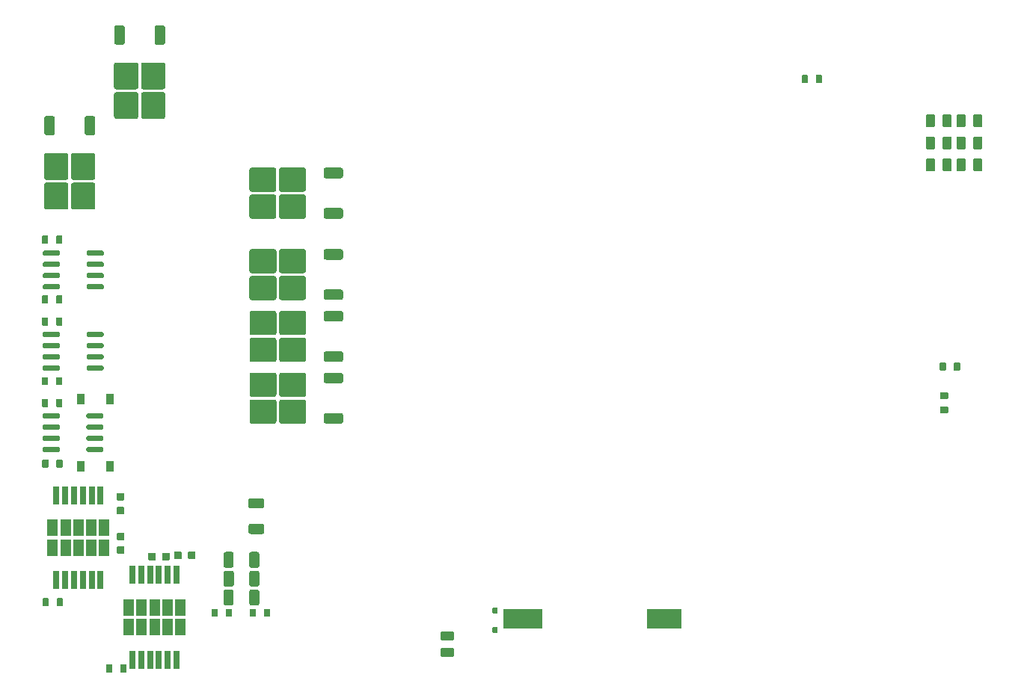
<source format=gbp>
G04 #@! TF.GenerationSoftware,KiCad,Pcbnew,8.0.8-8.0.8-0~ubuntu24.04.1*
G04 #@! TF.CreationDate,2025-02-13T14:16:08+00:00*
G04 #@! TF.ProjectId,MST01,4d535430-312e-46b6-9963-61645f706362,D*
G04 #@! TF.SameCoordinates,PX440a368PY8a86a58*
G04 #@! TF.FileFunction,Paste,Bot*
G04 #@! TF.FilePolarity,Positive*
%FSLAX46Y46*%
G04 Gerber Fmt 4.6, Leading zero omitted, Abs format (unit mm)*
G04 Created by KiCad (PCBNEW 8.0.8-8.0.8-0~ubuntu24.04.1) date 2025-02-13 14:16:08*
%MOMM*%
%LPD*%
G01*
G04 APERTURE LIST*
%ADD10R,4.399991X2.299995*%
%ADD11R,3.999992X2.299995*%
%ADD12R,1.160000X1.950000*%
%ADD13R,0.650000X2.000000*%
%ADD14O,0.000001X0.000001*%
G04 APERTURE END LIST*
G04 #@! TO.C,R40*
G36*
G01*
X103895022Y64270000D02*
X103895022Y63020000D01*
G75*
G02*
X103795022Y62920000I-100000J0D01*
G01*
X102995022Y62920000D01*
G75*
G02*
X102895022Y63020000I0J100000D01*
G01*
X102895022Y64270000D01*
G75*
G02*
X102995022Y64370000I100000J0D01*
G01*
X103795022Y64370000D01*
G75*
G02*
X103895022Y64270000I0J-100000D01*
G01*
G37*
G36*
G01*
X101995000Y64270000D02*
X101995000Y63020000D01*
G75*
G02*
X101895000Y62920000I-100000J0D01*
G01*
X101095000Y62920000D01*
G75*
G02*
X100995000Y63020000I0J100000D01*
G01*
X100995000Y64270000D01*
G75*
G02*
X101095000Y64370000I100000J0D01*
G01*
X101895000Y64370000D01*
G75*
G02*
X101995000Y64270000I0J-100000D01*
G01*
G37*
G04 #@! TD*
G04 #@! TO.C,R39*
G36*
G01*
X103895022Y61770000D02*
X103895022Y60520000D01*
G75*
G02*
X103795022Y60420000I-100000J0D01*
G01*
X102995022Y60420000D01*
G75*
G02*
X102895022Y60520000I0J100000D01*
G01*
X102895022Y61770000D01*
G75*
G02*
X102995022Y61870000I100000J0D01*
G01*
X103795022Y61870000D01*
G75*
G02*
X103895022Y61770000I0J-100000D01*
G01*
G37*
G36*
G01*
X101995000Y61770000D02*
X101995000Y60520000D01*
G75*
G02*
X101895000Y60420000I-100000J0D01*
G01*
X101095000Y60420000D01*
G75*
G02*
X100995000Y60520000I0J100000D01*
G01*
X100995000Y61770000D01*
G75*
G02*
X101095000Y61870000I100000J0D01*
G01*
X101895000Y61870000D01*
G75*
G02*
X101995000Y61770000I0J-100000D01*
G01*
G37*
G04 #@! TD*
G04 #@! TO.C,D4*
G36*
G01*
X4860000Y24005000D02*
X4860000Y25025000D01*
G75*
G02*
X4950000Y25115000I90000J0D01*
G01*
X5670000Y25115000D01*
G75*
G02*
X5760000Y25025000I0J-90000D01*
G01*
X5760000Y24005000D01*
G75*
G02*
X5670000Y23915000I-90000J0D01*
G01*
X4950000Y23915000D01*
G75*
G02*
X4860000Y24005000I0J90000D01*
G01*
G37*
G36*
G01*
X8160000Y24005000D02*
X8160000Y25025000D01*
G75*
G02*
X8250000Y25115000I90000J0D01*
G01*
X8970000Y25115000D01*
G75*
G02*
X9060000Y25025000I0J-90000D01*
G01*
X9060000Y24005000D01*
G75*
G02*
X8970000Y23915000I-90000J0D01*
G01*
X8250000Y23915000D01*
G75*
G02*
X8160000Y24005000I0J90000D01*
G01*
G37*
G04 #@! TD*
D10*
G04 #@! TO.C,BT1*
X55355048Y7245000D03*
D11*
X71355067Y7245000D03*
G04 #@! TD*
G04 #@! TO.C,F3*
G36*
G01*
X25300010Y8745000D02*
X24610010Y8745000D01*
G75*
G02*
X24380010Y8975000I0J230000D01*
G01*
X24380010Y10315000D01*
G75*
G02*
X24610010Y10545000I230000J0D01*
G01*
X25300010Y10545000D01*
G75*
G02*
X25530010Y10315000I0J-230000D01*
G01*
X25530010Y8975000D01*
G75*
G02*
X25300010Y8745000I-230000J0D01*
G01*
G37*
G36*
G01*
X22399990Y8745000D02*
X21709990Y8745000D01*
G75*
G02*
X21479990Y8975000I0J230000D01*
G01*
X21479990Y10315000D01*
G75*
G02*
X21709990Y10545000I230000J0D01*
G01*
X22399990Y10545000D01*
G75*
G02*
X22629990Y10315000I0J-230000D01*
G01*
X22629990Y8975000D01*
G75*
G02*
X22399990Y8745000I-230000J0D01*
G01*
G37*
G04 #@! TD*
G04 #@! TO.C,C25*
G36*
G01*
X12949999Y13939994D02*
X12949999Y14619994D01*
G75*
G02*
X13034999Y14704994I85000J0D01*
G01*
X13714999Y14704994D01*
G75*
G02*
X13799999Y14619994I0J-85000D01*
G01*
X13799999Y13939994D01*
G75*
G02*
X13714999Y13854994I-85000J0D01*
G01*
X13034999Y13854994D01*
G75*
G02*
X12949999Y13939994I0J85000D01*
G01*
G37*
G36*
G01*
X14530001Y13939994D02*
X14530001Y14619994D01*
G75*
G02*
X14615001Y14704994I85000J0D01*
G01*
X15295001Y14704994D01*
G75*
G02*
X15380001Y14619994I0J-85000D01*
G01*
X15380001Y13939994D01*
G75*
G02*
X15295001Y13854994I-85000J0D01*
G01*
X14615001Y13854994D01*
G75*
G02*
X14530001Y13939994I0J85000D01*
G01*
G37*
G04 #@! TD*
G04 #@! TO.C,Q8*
G36*
G01*
X1437500Y64205000D02*
X2137500Y64205000D01*
G75*
G02*
X2387500Y63955000I0J-250000D01*
G01*
X2387500Y62255000D01*
G75*
G02*
X2137500Y62005000I-250000J0D01*
G01*
X1437500Y62005000D01*
G75*
G02*
X1187500Y62255000I0J250000D01*
G01*
X1187500Y63955000D01*
G75*
G02*
X1437500Y64205000I250000J0D01*
G01*
G37*
G36*
G01*
X4467500Y60005000D02*
X6717500Y60005000D01*
G75*
G02*
X6967500Y59755000I0J-250000D01*
G01*
X6967500Y57205000D01*
G75*
G02*
X6717500Y56955000I-250000J0D01*
G01*
X4467500Y56955000D01*
G75*
G02*
X4217500Y57205000I0J250000D01*
G01*
X4217500Y59755000D01*
G75*
G02*
X4467500Y60005000I250000J0D01*
G01*
G37*
G36*
G01*
X1417500Y60005000D02*
X3667500Y60005000D01*
G75*
G02*
X3917500Y59755000I0J-250000D01*
G01*
X3917500Y57205000D01*
G75*
G02*
X3667500Y56955000I-250000J0D01*
G01*
X1417500Y56955000D01*
G75*
G02*
X1167500Y57205000I0J250000D01*
G01*
X1167500Y59755000D01*
G75*
G02*
X1417500Y60005000I250000J0D01*
G01*
G37*
G36*
G01*
X4467500Y56655000D02*
X6717500Y56655000D01*
G75*
G02*
X6967500Y56405000I0J-250000D01*
G01*
X6967500Y53855000D01*
G75*
G02*
X6717500Y53605000I-250000J0D01*
G01*
X4467500Y53605000D01*
G75*
G02*
X4217500Y53855000I0J250000D01*
G01*
X4217500Y56405000D01*
G75*
G02*
X4467500Y56655000I250000J0D01*
G01*
G37*
G36*
G01*
X1417500Y56655000D02*
X3667500Y56655000D01*
G75*
G02*
X3917500Y56405000I0J-250000D01*
G01*
X3917500Y53855000D01*
G75*
G02*
X3667500Y53605000I-250000J0D01*
G01*
X1417500Y53605000D01*
G75*
G02*
X1167500Y53855000I0J250000D01*
G01*
X1167500Y56405000D01*
G75*
G02*
X1417500Y56655000I250000J0D01*
G01*
G37*
G36*
G01*
X5997500Y64205000D02*
X6697500Y64205000D01*
G75*
G02*
X6947500Y63955000I0J-250000D01*
G01*
X6947500Y62255000D01*
G75*
G02*
X6697500Y62005000I-250000J0D01*
G01*
X5997500Y62005000D01*
G75*
G02*
X5747500Y62255000I0J250000D01*
G01*
X5747500Y63955000D01*
G75*
G02*
X5997500Y64205000I250000J0D01*
G01*
G37*
G04 #@! TD*
G04 #@! TO.C,Q12*
G36*
G01*
X35020000Y34855000D02*
X35020000Y34155000D01*
G75*
G02*
X34770000Y33905000I-250000J0D01*
G01*
X33070000Y33905000D01*
G75*
G02*
X32820000Y34155000I0J250000D01*
G01*
X32820000Y34855000D01*
G75*
G02*
X33070000Y35105000I250000J0D01*
G01*
X34770000Y35105000D01*
G75*
G02*
X35020000Y34855000I0J-250000D01*
G01*
G37*
G36*
G01*
X30820000Y31825000D02*
X30820000Y29575000D01*
G75*
G02*
X30570000Y29325000I-250000J0D01*
G01*
X28020000Y29325000D01*
G75*
G02*
X27770000Y29575000I0J250000D01*
G01*
X27770000Y31825000D01*
G75*
G02*
X28020000Y32075000I250000J0D01*
G01*
X30570000Y32075000D01*
G75*
G02*
X30820000Y31825000I0J-250000D01*
G01*
G37*
G36*
G01*
X30820000Y34875000D02*
X30820000Y32625000D01*
G75*
G02*
X30570000Y32375000I-250000J0D01*
G01*
X28020000Y32375000D01*
G75*
G02*
X27770000Y32625000I0J250000D01*
G01*
X27770000Y34875000D01*
G75*
G02*
X28020000Y35125000I250000J0D01*
G01*
X30570000Y35125000D01*
G75*
G02*
X30820000Y34875000I0J-250000D01*
G01*
G37*
G36*
G01*
X27470000Y31825000D02*
X27470000Y29575000D01*
G75*
G02*
X27220000Y29325000I-250000J0D01*
G01*
X24670000Y29325000D01*
G75*
G02*
X24420000Y29575000I0J250000D01*
G01*
X24420000Y31825000D01*
G75*
G02*
X24670000Y32075000I250000J0D01*
G01*
X27220000Y32075000D01*
G75*
G02*
X27470000Y31825000I0J-250000D01*
G01*
G37*
G36*
G01*
X27470000Y34875000D02*
X27470000Y32625000D01*
G75*
G02*
X27220000Y32375000I-250000J0D01*
G01*
X24670000Y32375000D01*
G75*
G02*
X24420000Y32625000I0J250000D01*
G01*
X24420000Y34875000D01*
G75*
G02*
X24670000Y35125000I250000J0D01*
G01*
X27220000Y35125000D01*
G75*
G02*
X27470000Y34875000I0J-250000D01*
G01*
G37*
G36*
G01*
X35020000Y30295000D02*
X35020000Y29595000D01*
G75*
G02*
X34770000Y29345000I-250000J0D01*
G01*
X33070000Y29345000D01*
G75*
G02*
X32820000Y29595000I0J250000D01*
G01*
X32820000Y30295000D01*
G75*
G02*
X33070000Y30545000I250000J0D01*
G01*
X34770000Y30545000D01*
G75*
G02*
X35020000Y30295000I0J-250000D01*
G01*
G37*
G04 #@! TD*
G04 #@! TO.C,R34*
G36*
G01*
X935000Y49785000D02*
X935000Y50565000D01*
G75*
G02*
X1005000Y50635000I70000J0D01*
G01*
X1565000Y50635000D01*
G75*
G02*
X1635000Y50565000I0J-70000D01*
G01*
X1635000Y49785000D01*
G75*
G02*
X1565000Y49715000I-70000J0D01*
G01*
X1005000Y49715000D01*
G75*
G02*
X935000Y49785000I0J70000D01*
G01*
G37*
G36*
G01*
X2535000Y49785000D02*
X2535000Y50565000D01*
G75*
G02*
X2605000Y50635000I70000J0D01*
G01*
X3165000Y50635000D01*
G75*
G02*
X3235000Y50565000I0J-70000D01*
G01*
X3235000Y49785000D01*
G75*
G02*
X3165000Y49715000I-70000J0D01*
G01*
X2605000Y49715000D01*
G75*
G02*
X2535000Y49785000I0J70000D01*
G01*
G37*
G04 #@! TD*
G04 #@! TO.C,R1*
G36*
G01*
X102545000Y35405000D02*
X102545000Y36185000D01*
G75*
G02*
X102615000Y36255000I70000J0D01*
G01*
X103175000Y36255000D01*
G75*
G02*
X103245000Y36185000I0J-70000D01*
G01*
X103245000Y35405000D01*
G75*
G02*
X103175000Y35335000I-70000J0D01*
G01*
X102615000Y35335000D01*
G75*
G02*
X102545000Y35405000I0J70000D01*
G01*
G37*
G36*
G01*
X104145000Y35405000D02*
X104145000Y36185000D01*
G75*
G02*
X104215000Y36255000I70000J0D01*
G01*
X104775000Y36255000D01*
G75*
G02*
X104845000Y36185000I0J-70000D01*
G01*
X104845000Y35405000D01*
G75*
G02*
X104775000Y35335000I-70000J0D01*
G01*
X104215000Y35335000D01*
G75*
G02*
X104145000Y35405000I0J70000D01*
G01*
G37*
G04 #@! TD*
G04 #@! TO.C,F4*
G36*
G01*
X25310010Y10875000D02*
X24620010Y10875000D01*
G75*
G02*
X24390010Y11105000I0J230000D01*
G01*
X24390010Y12445000D01*
G75*
G02*
X24620010Y12675000I230000J0D01*
G01*
X25310010Y12675000D01*
G75*
G02*
X25540010Y12445000I0J-230000D01*
G01*
X25540010Y11105000D01*
G75*
G02*
X25310010Y10875000I-230000J0D01*
G01*
G37*
G36*
G01*
X22409990Y10875000D02*
X21719990Y10875000D01*
G75*
G02*
X21489990Y11105000I0J230000D01*
G01*
X21489990Y12445000D01*
G75*
G02*
X21719990Y12675000I230000J0D01*
G01*
X22409990Y12675000D01*
G75*
G02*
X22639990Y12445000I0J-230000D01*
G01*
X22639990Y11105000D01*
G75*
G02*
X22409990Y10875000I-230000J0D01*
G01*
G37*
G04 #@! TD*
G04 #@! TO.C,Q10*
G36*
G01*
X35010000Y48865000D02*
X35010000Y48165000D01*
G75*
G02*
X34760000Y47915000I-250000J0D01*
G01*
X33060000Y47915000D01*
G75*
G02*
X32810000Y48165000I0J250000D01*
G01*
X32810000Y48865000D01*
G75*
G02*
X33060000Y49115000I250000J0D01*
G01*
X34760000Y49115000D01*
G75*
G02*
X35010000Y48865000I0J-250000D01*
G01*
G37*
G36*
G01*
X30810000Y45835000D02*
X30810000Y43585000D01*
G75*
G02*
X30560000Y43335000I-250000J0D01*
G01*
X28010000Y43335000D01*
G75*
G02*
X27760000Y43585000I0J250000D01*
G01*
X27760000Y45835000D01*
G75*
G02*
X28010000Y46085000I250000J0D01*
G01*
X30560000Y46085000D01*
G75*
G02*
X30810000Y45835000I0J-250000D01*
G01*
G37*
G36*
G01*
X30810000Y48885000D02*
X30810000Y46635000D01*
G75*
G02*
X30560000Y46385000I-250000J0D01*
G01*
X28010000Y46385000D01*
G75*
G02*
X27760000Y46635000I0J250000D01*
G01*
X27760000Y48885000D01*
G75*
G02*
X28010000Y49135000I250000J0D01*
G01*
X30560000Y49135000D01*
G75*
G02*
X30810000Y48885000I0J-250000D01*
G01*
G37*
G36*
G01*
X27460000Y45835000D02*
X27460000Y43585000D01*
G75*
G02*
X27210000Y43335000I-250000J0D01*
G01*
X24660000Y43335000D01*
G75*
G02*
X24410000Y43585000I0J250000D01*
G01*
X24410000Y45835000D01*
G75*
G02*
X24660000Y46085000I250000J0D01*
G01*
X27210000Y46085000D01*
G75*
G02*
X27460000Y45835000I0J-250000D01*
G01*
G37*
G36*
G01*
X27460000Y48885000D02*
X27460000Y46635000D01*
G75*
G02*
X27210000Y46385000I-250000J0D01*
G01*
X24660000Y46385000D01*
G75*
G02*
X24410000Y46635000I0J250000D01*
G01*
X24410000Y48885000D01*
G75*
G02*
X24660000Y49135000I250000J0D01*
G01*
X27210000Y49135000D01*
G75*
G02*
X27460000Y48885000I0J-250000D01*
G01*
G37*
G36*
G01*
X35010000Y44305000D02*
X35010000Y43605000D01*
G75*
G02*
X34760000Y43355000I-250000J0D01*
G01*
X33060000Y43355000D01*
G75*
G02*
X32810000Y43605000I0J250000D01*
G01*
X32810000Y44305000D01*
G75*
G02*
X33060000Y44555000I250000J0D01*
G01*
X34760000Y44555000D01*
G75*
G02*
X35010000Y44305000I0J-250000D01*
G01*
G37*
G04 #@! TD*
G04 #@! TO.C,R4*
G36*
G01*
X47430000Y2904999D02*
X46180000Y2904999D01*
G75*
G02*
X46080000Y3004999I0J100000D01*
G01*
X46080000Y3804999D01*
G75*
G02*
X46180000Y3904999I100000J0D01*
G01*
X47430000Y3904999D01*
G75*
G02*
X47530000Y3804999I0J-100000D01*
G01*
X47530000Y3004999D01*
G75*
G02*
X47430000Y2904999I-100000J0D01*
G01*
G37*
G36*
G01*
X47430000Y4805021D02*
X46180000Y4805021D01*
G75*
G02*
X46080000Y4905021I0J100000D01*
G01*
X46080000Y5705021D01*
G75*
G02*
X46180000Y5805021I100000J0D01*
G01*
X47430000Y5805021D01*
G75*
G02*
X47530000Y5705021I0J-100000D01*
G01*
X47530000Y4905021D01*
G75*
G02*
X47430000Y4805021I-100000J0D01*
G01*
G37*
G04 #@! TD*
G04 #@! TO.C,U11*
G36*
G01*
X1005000Y44700000D02*
X1005000Y45000000D01*
G75*
G02*
X1155000Y45150000I150000J0D01*
G01*
X2805000Y45150000D01*
G75*
G02*
X2955000Y45000000I0J-150000D01*
G01*
X2955000Y44700000D01*
G75*
G02*
X2805000Y44550000I-150000J0D01*
G01*
X1155000Y44550000D01*
G75*
G02*
X1005000Y44700000I0J150000D01*
G01*
G37*
G36*
G01*
X1005000Y45970000D02*
X1005000Y46270000D01*
G75*
G02*
X1155000Y46420000I150000J0D01*
G01*
X2805000Y46420000D01*
G75*
G02*
X2955000Y46270000I0J-150000D01*
G01*
X2955000Y45970000D01*
G75*
G02*
X2805000Y45820000I-150000J0D01*
G01*
X1155000Y45820000D01*
G75*
G02*
X1005000Y45970000I0J150000D01*
G01*
G37*
G36*
G01*
X1005000Y47240000D02*
X1005000Y47540000D01*
G75*
G02*
X1155000Y47690000I150000J0D01*
G01*
X2805000Y47690000D01*
G75*
G02*
X2955000Y47540000I0J-150000D01*
G01*
X2955000Y47240000D01*
G75*
G02*
X2805000Y47090000I-150000J0D01*
G01*
X1155000Y47090000D01*
G75*
G02*
X1005000Y47240000I0J150000D01*
G01*
G37*
G36*
G01*
X1005000Y48510000D02*
X1005000Y48810000D01*
G75*
G02*
X1155000Y48960000I150000J0D01*
G01*
X2805000Y48960000D01*
G75*
G02*
X2955000Y48810000I0J-150000D01*
G01*
X2955000Y48510000D01*
G75*
G02*
X2805000Y48360000I-150000J0D01*
G01*
X1155000Y48360000D01*
G75*
G02*
X1005000Y48510000I0J150000D01*
G01*
G37*
G36*
G01*
X5955000Y48510000D02*
X5955000Y48810000D01*
G75*
G02*
X6105000Y48960000I150000J0D01*
G01*
X7755000Y48960000D01*
G75*
G02*
X7905000Y48810000I0J-150000D01*
G01*
X7905000Y48510000D01*
G75*
G02*
X7755000Y48360000I-150000J0D01*
G01*
X6105000Y48360000D01*
G75*
G02*
X5955000Y48510000I0J150000D01*
G01*
G37*
G36*
G01*
X5955000Y47240000D02*
X5955000Y47540000D01*
G75*
G02*
X6105000Y47690000I150000J0D01*
G01*
X7755000Y47690000D01*
G75*
G02*
X7905000Y47540000I0J-150000D01*
G01*
X7905000Y47240000D01*
G75*
G02*
X7755000Y47090000I-150000J0D01*
G01*
X6105000Y47090000D01*
G75*
G02*
X5955000Y47240000I0J150000D01*
G01*
G37*
G36*
G01*
X5955000Y45970000D02*
X5955000Y46270000D01*
G75*
G02*
X6105000Y46420000I150000J0D01*
G01*
X7755000Y46420000D01*
G75*
G02*
X7905000Y46270000I0J-150000D01*
G01*
X7905000Y45970000D01*
G75*
G02*
X7755000Y45820000I-150000J0D01*
G01*
X6105000Y45820000D01*
G75*
G02*
X5955000Y45970000I0J150000D01*
G01*
G37*
G36*
G01*
X5955000Y44700000D02*
X5955000Y45000000D01*
G75*
G02*
X6105000Y45150000I150000J0D01*
G01*
X7755000Y45150000D01*
G75*
G02*
X7905000Y45000000I0J-150000D01*
G01*
X7905000Y44700000D01*
G75*
G02*
X7755000Y44550000I-150000J0D01*
G01*
X6105000Y44550000D01*
G75*
G02*
X5955000Y44700000I0J150000D01*
G01*
G37*
G04 #@! TD*
G04 #@! TO.C,R37*
G36*
G01*
X107345022Y64270000D02*
X107345022Y63020000D01*
G75*
G02*
X107245022Y62920000I-100000J0D01*
G01*
X106445022Y62920000D01*
G75*
G02*
X106345022Y63020000I0J100000D01*
G01*
X106345022Y64270000D01*
G75*
G02*
X106445022Y64370000I100000J0D01*
G01*
X107245022Y64370000D01*
G75*
G02*
X107345022Y64270000I0J-100000D01*
G01*
G37*
G36*
G01*
X105445000Y64270000D02*
X105445000Y63020000D01*
G75*
G02*
X105345000Y62920000I-100000J0D01*
G01*
X104545000Y62920000D01*
G75*
G02*
X104445000Y63020000I0J100000D01*
G01*
X104445000Y64270000D01*
G75*
G02*
X104545000Y64370000I100000J0D01*
G01*
X105345000Y64370000D01*
G75*
G02*
X105445000Y64270000I0J-100000D01*
G01*
G37*
G04 #@! TD*
G04 #@! TO.C,R9*
G36*
G01*
X3295000Y9505000D02*
X3295000Y8725000D01*
G75*
G02*
X3225000Y8655000I-70000J0D01*
G01*
X2665000Y8655000D01*
G75*
G02*
X2595000Y8725000I0J70000D01*
G01*
X2595000Y9505000D01*
G75*
G02*
X2665000Y9575000I70000J0D01*
G01*
X3225000Y9575000D01*
G75*
G02*
X3295000Y9505000I0J-70000D01*
G01*
G37*
G36*
G01*
X1695000Y9505000D02*
X1695000Y8725000D01*
G75*
G02*
X1625000Y8655000I-70000J0D01*
G01*
X1065000Y8655000D01*
G75*
G02*
X995000Y8725000I0J70000D01*
G01*
X995000Y9505000D01*
G75*
G02*
X1065000Y9575000I70000J0D01*
G01*
X1625000Y9575000D01*
G75*
G02*
X1695000Y9505000I0J-70000D01*
G01*
G37*
G04 #@! TD*
G04 #@! TO.C,C13*
G36*
G01*
X9505000Y17000001D02*
X10185000Y17000001D01*
G75*
G02*
X10270000Y16915001I0J-85000D01*
G01*
X10270000Y16235001D01*
G75*
G02*
X10185000Y16150001I-85000J0D01*
G01*
X9505000Y16150001D01*
G75*
G02*
X9420000Y16235001I0J85000D01*
G01*
X9420000Y16915001D01*
G75*
G02*
X9505000Y17000001I85000J0D01*
G01*
G37*
G36*
G01*
X9505000Y15419999D02*
X10185000Y15419999D01*
G75*
G02*
X10270000Y15334999I0J-85000D01*
G01*
X10270000Y14654999D01*
G75*
G02*
X10185000Y14569999I-85000J0D01*
G01*
X9505000Y14569999D01*
G75*
G02*
X9420000Y14654999I0J85000D01*
G01*
X9420000Y15334999D01*
G75*
G02*
X9505000Y15419999I85000J0D01*
G01*
G37*
G04 #@! TD*
G04 #@! TO.C,D1*
G36*
G01*
X51915000Y7925000D02*
X51915000Y8405000D01*
G75*
G02*
X51975000Y8465000I60000J0D01*
G01*
X52455000Y8465000D01*
G75*
G02*
X52515000Y8405000I0J-60000D01*
G01*
X52515000Y7925000D01*
G75*
G02*
X52455000Y7865000I-60000J0D01*
G01*
X51975000Y7865000D01*
G75*
G02*
X51915000Y7925000I0J60000D01*
G01*
G37*
G36*
G01*
X51915000Y5725000D02*
X51915000Y6205000D01*
G75*
G02*
X51975000Y6265000I60000J0D01*
G01*
X52455000Y6265000D01*
G75*
G02*
X52515000Y6205000I0J-60000D01*
G01*
X52515000Y5725000D01*
G75*
G02*
X52455000Y5665000I-60000J0D01*
G01*
X51975000Y5665000D01*
G75*
G02*
X51915000Y5725000I0J60000D01*
G01*
G37*
G04 #@! TD*
D12*
G04 #@! TO.C,U1*
X7975000Y17545000D03*
X6515000Y17545000D03*
X5055000Y17545000D03*
X3595000Y17545000D03*
X2135000Y17545000D03*
X7975000Y15295000D03*
X6515000Y15295000D03*
X5055000Y15295000D03*
X3595000Y15295000D03*
X2135000Y15295000D03*
D13*
X2555000Y21220000D03*
X3555000Y21220000D03*
X4555000Y21220000D03*
X5555000Y21220000D03*
X6555000Y21220000D03*
X7555000Y21220000D03*
X7555000Y11620000D03*
X6555000Y11620000D03*
X5555000Y11620000D03*
X4555000Y11620000D03*
X3555000Y11620000D03*
X2555000Y11620000D03*
G04 #@! TD*
G04 #@! TO.C,R33*
G36*
G01*
X935000Y43005000D02*
X935000Y43785000D01*
G75*
G02*
X1005000Y43855000I70000J0D01*
G01*
X1565000Y43855000D01*
G75*
G02*
X1635000Y43785000I0J-70000D01*
G01*
X1635000Y43005000D01*
G75*
G02*
X1565000Y42935000I-70000J0D01*
G01*
X1005000Y42935000D01*
G75*
G02*
X935000Y43005000I0J70000D01*
G01*
G37*
G36*
G01*
X2535000Y43005000D02*
X2535000Y43785000D01*
G75*
G02*
X2605000Y43855000I70000J0D01*
G01*
X3165000Y43855000D01*
G75*
G02*
X3235000Y43785000I0J-70000D01*
G01*
X3235000Y43005000D01*
G75*
G02*
X3165000Y42935000I-70000J0D01*
G01*
X2605000Y42935000D01*
G75*
G02*
X2535000Y43005000I0J70000D01*
G01*
G37*
G04 #@! TD*
G04 #@! TO.C,F1*
G36*
G01*
X24285000Y17069990D02*
X24285000Y17759990D01*
G75*
G02*
X24515000Y17989990I230000J0D01*
G01*
X25855000Y17989990D01*
G75*
G02*
X26085000Y17759990I0J-230000D01*
G01*
X26085000Y17069990D01*
G75*
G02*
X25855000Y16839990I-230000J0D01*
G01*
X24515000Y16839990D01*
G75*
G02*
X24285000Y17069990I0J230000D01*
G01*
G37*
G36*
G01*
X24285000Y19970010D02*
X24285000Y20660010D01*
G75*
G02*
X24515000Y20890010I230000J0D01*
G01*
X25855000Y20890010D01*
G75*
G02*
X26085000Y20660010I0J-230000D01*
G01*
X26085000Y19970010D01*
G75*
G02*
X25855000Y19740010I-230000J0D01*
G01*
X24515000Y19740010D01*
G75*
G02*
X24285000Y19970010I0J230000D01*
G01*
G37*
G04 #@! TD*
D14*
G04 #@! TO.C,M7*
X93629998Y69982503D03*
G04 #@! TD*
G04 #@! TO.C,C12*
G36*
G01*
X9465000Y21485001D02*
X10145000Y21485001D01*
G75*
G02*
X10230000Y21400001I0J-85000D01*
G01*
X10230000Y20720001D01*
G75*
G02*
X10145000Y20635001I-85000J0D01*
G01*
X9465000Y20635001D01*
G75*
G02*
X9380000Y20720001I0J85000D01*
G01*
X9380000Y21400001D01*
G75*
G02*
X9465000Y21485001I85000J0D01*
G01*
G37*
G36*
G01*
X9465000Y19904999D02*
X10145000Y19904999D01*
G75*
G02*
X10230000Y19819999I0J-85000D01*
G01*
X10230000Y19139999D01*
G75*
G02*
X10145000Y19054999I-85000J0D01*
G01*
X9465000Y19054999D01*
G75*
G02*
X9380000Y19139999I0J85000D01*
G01*
X9380000Y19819999D01*
G75*
G02*
X9465000Y19904999I85000J0D01*
G01*
G37*
G04 #@! TD*
G04 #@! TO.C,U9*
G36*
G01*
X1005000Y35480000D02*
X1005000Y35780000D01*
G75*
G02*
X1155000Y35930000I150000J0D01*
G01*
X2805000Y35930000D01*
G75*
G02*
X2955000Y35780000I0J-150000D01*
G01*
X2955000Y35480000D01*
G75*
G02*
X2805000Y35330000I-150000J0D01*
G01*
X1155000Y35330000D01*
G75*
G02*
X1005000Y35480000I0J150000D01*
G01*
G37*
G36*
G01*
X1005000Y36750000D02*
X1005000Y37050000D01*
G75*
G02*
X1155000Y37200000I150000J0D01*
G01*
X2805000Y37200000D01*
G75*
G02*
X2955000Y37050000I0J-150000D01*
G01*
X2955000Y36750000D01*
G75*
G02*
X2805000Y36600000I-150000J0D01*
G01*
X1155000Y36600000D01*
G75*
G02*
X1005000Y36750000I0J150000D01*
G01*
G37*
G36*
G01*
X1005000Y38020000D02*
X1005000Y38320000D01*
G75*
G02*
X1155000Y38470000I150000J0D01*
G01*
X2805000Y38470000D01*
G75*
G02*
X2955000Y38320000I0J-150000D01*
G01*
X2955000Y38020000D01*
G75*
G02*
X2805000Y37870000I-150000J0D01*
G01*
X1155000Y37870000D01*
G75*
G02*
X1005000Y38020000I0J150000D01*
G01*
G37*
G36*
G01*
X1005000Y39290000D02*
X1005000Y39590000D01*
G75*
G02*
X1155000Y39740000I150000J0D01*
G01*
X2805000Y39740000D01*
G75*
G02*
X2955000Y39590000I0J-150000D01*
G01*
X2955000Y39290000D01*
G75*
G02*
X2805000Y39140000I-150000J0D01*
G01*
X1155000Y39140000D01*
G75*
G02*
X1005000Y39290000I0J150000D01*
G01*
G37*
G36*
G01*
X5955000Y39290000D02*
X5955000Y39590000D01*
G75*
G02*
X6105000Y39740000I150000J0D01*
G01*
X7755000Y39740000D01*
G75*
G02*
X7905000Y39590000I0J-150000D01*
G01*
X7905000Y39290000D01*
G75*
G02*
X7755000Y39140000I-150000J0D01*
G01*
X6105000Y39140000D01*
G75*
G02*
X5955000Y39290000I0J150000D01*
G01*
G37*
G36*
G01*
X5955000Y38020000D02*
X5955000Y38320000D01*
G75*
G02*
X6105000Y38470000I150000J0D01*
G01*
X7755000Y38470000D01*
G75*
G02*
X7905000Y38320000I0J-150000D01*
G01*
X7905000Y38020000D01*
G75*
G02*
X7755000Y37870000I-150000J0D01*
G01*
X6105000Y37870000D01*
G75*
G02*
X5955000Y38020000I0J150000D01*
G01*
G37*
G36*
G01*
X5955000Y36750000D02*
X5955000Y37050000D01*
G75*
G02*
X6105000Y37200000I150000J0D01*
G01*
X7755000Y37200000D01*
G75*
G02*
X7905000Y37050000I0J-150000D01*
G01*
X7905000Y36750000D01*
G75*
G02*
X7755000Y36600000I-150000J0D01*
G01*
X6105000Y36600000D01*
G75*
G02*
X5955000Y36750000I0J150000D01*
G01*
G37*
G36*
G01*
X5955000Y35480000D02*
X5955000Y35780000D01*
G75*
G02*
X6105000Y35930000I150000J0D01*
G01*
X7755000Y35930000D01*
G75*
G02*
X7905000Y35780000I0J-150000D01*
G01*
X7905000Y35480000D01*
G75*
G02*
X7755000Y35330000I-150000J0D01*
G01*
X6105000Y35330000D01*
G75*
G02*
X5955000Y35480000I0J150000D01*
G01*
G37*
G04 #@! TD*
G04 #@! TO.C,R30*
G36*
G01*
X935000Y40525000D02*
X935000Y41305000D01*
G75*
G02*
X1005000Y41375000I70000J0D01*
G01*
X1565000Y41375000D01*
G75*
G02*
X1635000Y41305000I0J-70000D01*
G01*
X1635000Y40525000D01*
G75*
G02*
X1565000Y40455000I-70000J0D01*
G01*
X1005000Y40455000D01*
G75*
G02*
X935000Y40525000I0J70000D01*
G01*
G37*
G36*
G01*
X2535000Y40525000D02*
X2535000Y41305000D01*
G75*
G02*
X2605000Y41375000I70000J0D01*
G01*
X3165000Y41375000D01*
G75*
G02*
X3235000Y41305000I0J-70000D01*
G01*
X3235000Y40525000D01*
G75*
G02*
X3165000Y40455000I-70000J0D01*
G01*
X2605000Y40455000D01*
G75*
G02*
X2535000Y40525000I0J70000D01*
G01*
G37*
G04 #@! TD*
G04 #@! TO.C,R3*
G36*
G01*
X20135000Y7525000D02*
X20135000Y8305000D01*
G75*
G02*
X20205000Y8375000I70000J0D01*
G01*
X20765000Y8375000D01*
G75*
G02*
X20835000Y8305000I0J-70000D01*
G01*
X20835000Y7525000D01*
G75*
G02*
X20765000Y7455000I-70000J0D01*
G01*
X20205000Y7455000D01*
G75*
G02*
X20135000Y7525000I0J70000D01*
G01*
G37*
G36*
G01*
X21735000Y7525000D02*
X21735000Y8305000D01*
G75*
G02*
X21805000Y8375000I70000J0D01*
G01*
X22365000Y8375000D01*
G75*
G02*
X22435000Y8305000I0J-70000D01*
G01*
X22435000Y7525000D01*
G75*
G02*
X22365000Y7455000I-70000J0D01*
G01*
X21805000Y7455000D01*
G75*
G02*
X21735000Y7525000I0J70000D01*
G01*
G37*
G04 #@! TD*
G04 #@! TO.C,R35*
G36*
G01*
X107345022Y59270000D02*
X107345022Y58020000D01*
G75*
G02*
X107245022Y57920000I-100000J0D01*
G01*
X106445022Y57920000D01*
G75*
G02*
X106345022Y58020000I0J100000D01*
G01*
X106345022Y59270000D01*
G75*
G02*
X106445022Y59370000I100000J0D01*
G01*
X107245022Y59370000D01*
G75*
G02*
X107345022Y59270000I0J-100000D01*
G01*
G37*
G36*
G01*
X105445000Y59270000D02*
X105445000Y58020000D01*
G75*
G02*
X105345000Y57920000I-100000J0D01*
G01*
X104545000Y57920000D01*
G75*
G02*
X104445000Y58020000I0J100000D01*
G01*
X104445000Y59270000D01*
G75*
G02*
X104545000Y59370000I100000J0D01*
G01*
X105345000Y59370000D01*
G75*
G02*
X105445000Y59270000I0J-100000D01*
G01*
G37*
G04 #@! TD*
G04 #@! TO.C,R13*
G36*
G01*
X935000Y31305000D02*
X935000Y32085000D01*
G75*
G02*
X1005000Y32155000I70000J0D01*
G01*
X1565000Y32155000D01*
G75*
G02*
X1635000Y32085000I0J-70000D01*
G01*
X1635000Y31305000D01*
G75*
G02*
X1565000Y31235000I-70000J0D01*
G01*
X1005000Y31235000D01*
G75*
G02*
X935000Y31305000I0J70000D01*
G01*
G37*
G36*
G01*
X2535000Y31305000D02*
X2535000Y32085000D01*
G75*
G02*
X2605000Y32155000I70000J0D01*
G01*
X3165000Y32155000D01*
G75*
G02*
X3235000Y32085000I0J-70000D01*
G01*
X3235000Y31305000D01*
G75*
G02*
X3165000Y31235000I-70000J0D01*
G01*
X2605000Y31235000D01*
G75*
G02*
X2535000Y31305000I0J70000D01*
G01*
G37*
G04 #@! TD*
G04 #@! TO.C,F2*
G36*
G01*
X21709990Y14815000D02*
X22399990Y14815000D01*
G75*
G02*
X22629990Y14585000I0J-230000D01*
G01*
X22629990Y13245000D01*
G75*
G02*
X22399990Y13015000I-230000J0D01*
G01*
X21709990Y13015000D01*
G75*
G02*
X21479990Y13245000I0J230000D01*
G01*
X21479990Y14585000D01*
G75*
G02*
X21709990Y14815000I230000J0D01*
G01*
G37*
G36*
G01*
X24610010Y14815000D02*
X25300010Y14815000D01*
G75*
G02*
X25530010Y14585000I0J-230000D01*
G01*
X25530010Y13245000D01*
G75*
G02*
X25300010Y13015000I-230000J0D01*
G01*
X24610010Y13015000D01*
G75*
G02*
X24380010Y13245000I0J230000D01*
G01*
X24380010Y14585000D01*
G75*
G02*
X24610010Y14815000I230000J0D01*
G01*
G37*
G04 #@! TD*
G04 #@! TO.C,R38*
G36*
G01*
X103895022Y59270000D02*
X103895022Y58020000D01*
G75*
G02*
X103795022Y57920000I-100000J0D01*
G01*
X102995022Y57920000D01*
G75*
G02*
X102895022Y58020000I0J100000D01*
G01*
X102895022Y59270000D01*
G75*
G02*
X102995022Y59370000I100000J0D01*
G01*
X103795022Y59370000D01*
G75*
G02*
X103895022Y59270000I0J-100000D01*
G01*
G37*
G36*
G01*
X101995000Y59270000D02*
X101995000Y58020000D01*
G75*
G02*
X101895000Y57920000I-100000J0D01*
G01*
X101095000Y57920000D01*
G75*
G02*
X100995000Y58020000I0J100000D01*
G01*
X100995000Y59270000D01*
G75*
G02*
X101095000Y59370000I100000J0D01*
G01*
X101895000Y59370000D01*
G75*
G02*
X101995000Y59270000I0J-100000D01*
G01*
G37*
G04 #@! TD*
G04 #@! TO.C,R36*
G36*
G01*
X107345022Y61770000D02*
X107345022Y60520000D01*
G75*
G02*
X107245022Y60420000I-100000J0D01*
G01*
X106445022Y60420000D01*
G75*
G02*
X106345022Y60520000I0J100000D01*
G01*
X106345022Y61770000D01*
G75*
G02*
X106445022Y61870000I100000J0D01*
G01*
X107245022Y61870000D01*
G75*
G02*
X107345022Y61770000I0J-100000D01*
G01*
G37*
G36*
G01*
X105445000Y61770000D02*
X105445000Y60520000D01*
G75*
G02*
X105345000Y60420000I-100000J0D01*
G01*
X104545000Y60420000D01*
G75*
G02*
X104445000Y60520000I0J100000D01*
G01*
X104445000Y61770000D01*
G75*
G02*
X104545000Y61870000I100000J0D01*
G01*
X105345000Y61870000D01*
G75*
G02*
X105445000Y61770000I0J-100000D01*
G01*
G37*
G04 #@! TD*
G04 #@! TO.C,Q9*
G36*
G01*
X34995000Y58085000D02*
X34995000Y57385000D01*
G75*
G02*
X34745000Y57135000I-250000J0D01*
G01*
X33045000Y57135000D01*
G75*
G02*
X32795000Y57385000I0J250000D01*
G01*
X32795000Y58085000D01*
G75*
G02*
X33045000Y58335000I250000J0D01*
G01*
X34745000Y58335000D01*
G75*
G02*
X34995000Y58085000I0J-250000D01*
G01*
G37*
G36*
G01*
X30795000Y55055000D02*
X30795000Y52805000D01*
G75*
G02*
X30545000Y52555000I-250000J0D01*
G01*
X27995000Y52555000D01*
G75*
G02*
X27745000Y52805000I0J250000D01*
G01*
X27745000Y55055000D01*
G75*
G02*
X27995000Y55305000I250000J0D01*
G01*
X30545000Y55305000D01*
G75*
G02*
X30795000Y55055000I0J-250000D01*
G01*
G37*
G36*
G01*
X30795000Y58105000D02*
X30795000Y55855000D01*
G75*
G02*
X30545000Y55605000I-250000J0D01*
G01*
X27995000Y55605000D01*
G75*
G02*
X27745000Y55855000I0J250000D01*
G01*
X27745000Y58105000D01*
G75*
G02*
X27995000Y58355000I250000J0D01*
G01*
X30545000Y58355000D01*
G75*
G02*
X30795000Y58105000I0J-250000D01*
G01*
G37*
G36*
G01*
X27445000Y55055000D02*
X27445000Y52805000D01*
G75*
G02*
X27195000Y52555000I-250000J0D01*
G01*
X24645000Y52555000D01*
G75*
G02*
X24395000Y52805000I0J250000D01*
G01*
X24395000Y55055000D01*
G75*
G02*
X24645000Y55305000I250000J0D01*
G01*
X27195000Y55305000D01*
G75*
G02*
X27445000Y55055000I0J-250000D01*
G01*
G37*
G36*
G01*
X27445000Y58105000D02*
X27445000Y55855000D01*
G75*
G02*
X27195000Y55605000I-250000J0D01*
G01*
X24645000Y55605000D01*
G75*
G02*
X24395000Y55855000I0J250000D01*
G01*
X24395000Y58105000D01*
G75*
G02*
X24645000Y58355000I250000J0D01*
G01*
X27195000Y58355000D01*
G75*
G02*
X27445000Y58105000I0J-250000D01*
G01*
G37*
G36*
G01*
X34995000Y53525000D02*
X34995000Y52825000D01*
G75*
G02*
X34745000Y52575000I-250000J0D01*
G01*
X33045000Y52575000D01*
G75*
G02*
X32795000Y52825000I0J250000D01*
G01*
X32795000Y53525000D01*
G75*
G02*
X33045000Y53775000I250000J0D01*
G01*
X34745000Y53775000D01*
G75*
G02*
X34995000Y53525000I0J-250000D01*
G01*
G37*
G04 #@! TD*
G04 #@! TO.C,R29*
G36*
G01*
X935000Y33775000D02*
X935000Y34555000D01*
G75*
G02*
X1005000Y34625000I70000J0D01*
G01*
X1565000Y34625000D01*
G75*
G02*
X1635000Y34555000I0J-70000D01*
G01*
X1635000Y33775000D01*
G75*
G02*
X1565000Y33705000I-70000J0D01*
G01*
X1005000Y33705000D01*
G75*
G02*
X935000Y33775000I0J70000D01*
G01*
G37*
G36*
G01*
X2535000Y33775000D02*
X2535000Y34555000D01*
G75*
G02*
X2605000Y34625000I70000J0D01*
G01*
X3165000Y34625000D01*
G75*
G02*
X3235000Y34555000I0J-70000D01*
G01*
X3235000Y33775000D01*
G75*
G02*
X3165000Y33705000I-70000J0D01*
G01*
X2605000Y33705000D01*
G75*
G02*
X2535000Y33775000I0J70000D01*
G01*
G37*
G04 #@! TD*
G04 #@! TO.C,Q11*
G36*
G01*
X35020000Y41855000D02*
X35020000Y41155000D01*
G75*
G02*
X34770000Y40905000I-250000J0D01*
G01*
X33070000Y40905000D01*
G75*
G02*
X32820000Y41155000I0J250000D01*
G01*
X32820000Y41855000D01*
G75*
G02*
X33070000Y42105000I250000J0D01*
G01*
X34770000Y42105000D01*
G75*
G02*
X35020000Y41855000I0J-250000D01*
G01*
G37*
G36*
G01*
X30820000Y38825000D02*
X30820000Y36575000D01*
G75*
G02*
X30570000Y36325000I-250000J0D01*
G01*
X28020000Y36325000D01*
G75*
G02*
X27770000Y36575000I0J250000D01*
G01*
X27770000Y38825000D01*
G75*
G02*
X28020000Y39075000I250000J0D01*
G01*
X30570000Y39075000D01*
G75*
G02*
X30820000Y38825000I0J-250000D01*
G01*
G37*
G36*
G01*
X30820000Y41875000D02*
X30820000Y39625000D01*
G75*
G02*
X30570000Y39375000I-250000J0D01*
G01*
X28020000Y39375000D01*
G75*
G02*
X27770000Y39625000I0J250000D01*
G01*
X27770000Y41875000D01*
G75*
G02*
X28020000Y42125000I250000J0D01*
G01*
X30570000Y42125000D01*
G75*
G02*
X30820000Y41875000I0J-250000D01*
G01*
G37*
G36*
G01*
X27470000Y38825000D02*
X27470000Y36575000D01*
G75*
G02*
X27220000Y36325000I-250000J0D01*
G01*
X24670000Y36325000D01*
G75*
G02*
X24420000Y36575000I0J250000D01*
G01*
X24420000Y38825000D01*
G75*
G02*
X24670000Y39075000I250000J0D01*
G01*
X27220000Y39075000D01*
G75*
G02*
X27470000Y38825000I0J-250000D01*
G01*
G37*
G36*
G01*
X27470000Y41875000D02*
X27470000Y39625000D01*
G75*
G02*
X27220000Y39375000I-250000J0D01*
G01*
X24670000Y39375000D01*
G75*
G02*
X24420000Y39625000I0J250000D01*
G01*
X24420000Y41875000D01*
G75*
G02*
X24670000Y42125000I250000J0D01*
G01*
X27220000Y42125000D01*
G75*
G02*
X27470000Y41875000I0J-250000D01*
G01*
G37*
G36*
G01*
X35020000Y37295000D02*
X35020000Y36595000D01*
G75*
G02*
X34770000Y36345000I-250000J0D01*
G01*
X33070000Y36345000D01*
G75*
G02*
X32820000Y36595000I0J250000D01*
G01*
X32820000Y37295000D01*
G75*
G02*
X33070000Y37545000I250000J0D01*
G01*
X34770000Y37545000D01*
G75*
G02*
X35020000Y37295000I0J-250000D01*
G01*
G37*
G04 #@! TD*
D12*
G04 #@! TO.C,U2*
X16585000Y8530000D03*
X15125000Y8530000D03*
X13665000Y8530000D03*
X12205000Y8530000D03*
X10745000Y8530000D03*
X16585000Y6280000D03*
X15125000Y6280000D03*
X13665000Y6280000D03*
X12205000Y6280000D03*
X10745000Y6280000D03*
D13*
X11165000Y12205000D03*
X12165000Y12205000D03*
X13165000Y12205000D03*
X14165000Y12205000D03*
X15165000Y12205000D03*
X16165000Y12205000D03*
X16165000Y2605000D03*
X15165000Y2605000D03*
X14165000Y2605000D03*
X13165000Y2605000D03*
X12165000Y2605000D03*
X11165000Y2605000D03*
G04 #@! TD*
G04 #@! TO.C,D5*
G36*
G01*
X4855000Y31615000D02*
X4855000Y32635000D01*
G75*
G02*
X4945000Y32725000I90000J0D01*
G01*
X5665000Y32725000D01*
G75*
G02*
X5755000Y32635000I0J-90000D01*
G01*
X5755000Y31615000D01*
G75*
G02*
X5665000Y31525000I-90000J0D01*
G01*
X4945000Y31525000D01*
G75*
G02*
X4855000Y31615000I0J90000D01*
G01*
G37*
G36*
G01*
X8155000Y31615000D02*
X8155000Y32635000D01*
G75*
G02*
X8245000Y32725000I90000J0D01*
G01*
X8965000Y32725000D01*
G75*
G02*
X9055000Y32635000I0J-90000D01*
G01*
X9055000Y31615000D01*
G75*
G02*
X8965000Y31525000I-90000J0D01*
G01*
X8245000Y31525000D01*
G75*
G02*
X8155000Y31615000I0J90000D01*
G01*
G37*
G04 #@! TD*
G04 #@! TO.C,C26*
G36*
G01*
X15880000Y14075000D02*
X15880000Y14755000D01*
G75*
G02*
X15965000Y14840000I85000J0D01*
G01*
X16645000Y14840000D01*
G75*
G02*
X16730000Y14755000I0J-85000D01*
G01*
X16730000Y14075000D01*
G75*
G02*
X16645000Y13990000I-85000J0D01*
G01*
X15965000Y13990000D01*
G75*
G02*
X15880000Y14075000I0J85000D01*
G01*
G37*
G36*
G01*
X17460002Y14075000D02*
X17460002Y14755000D01*
G75*
G02*
X17545002Y14840000I85000J0D01*
G01*
X18225002Y14840000D01*
G75*
G02*
X18310002Y14755000I0J-85000D01*
G01*
X18310002Y14075000D01*
G75*
G02*
X18225002Y13990000I-85000J0D01*
G01*
X17545002Y13990000D01*
G75*
G02*
X17460002Y14075000I0J85000D01*
G01*
G37*
G04 #@! TD*
G04 #@! TO.C,R12*
G36*
G01*
X955000Y24435000D02*
X955000Y25215000D01*
G75*
G02*
X1025000Y25285000I70000J0D01*
G01*
X1585000Y25285000D01*
G75*
G02*
X1655000Y25215000I0J-70000D01*
G01*
X1655000Y24435000D01*
G75*
G02*
X1585000Y24365000I-70000J0D01*
G01*
X1025000Y24365000D01*
G75*
G02*
X955000Y24435000I0J70000D01*
G01*
G37*
G36*
G01*
X2555000Y24435000D02*
X2555000Y25215000D01*
G75*
G02*
X2625000Y25285000I70000J0D01*
G01*
X3185000Y25285000D01*
G75*
G02*
X3255000Y25215000I0J-70000D01*
G01*
X3255000Y24435000D01*
G75*
G02*
X3185000Y24365000I-70000J0D01*
G01*
X2625000Y24365000D01*
G75*
G02*
X2555000Y24435000I0J70000D01*
G01*
G37*
G04 #@! TD*
G04 #@! TO.C,R5*
G36*
G01*
X103425000Y30555000D02*
X102645000Y30555000D01*
G75*
G02*
X102575000Y30625000I0J70000D01*
G01*
X102575000Y31185000D01*
G75*
G02*
X102645000Y31255000I70000J0D01*
G01*
X103425000Y31255000D01*
G75*
G02*
X103495000Y31185000I0J-70000D01*
G01*
X103495000Y30625000D01*
G75*
G02*
X103425000Y30555000I-70000J0D01*
G01*
G37*
G36*
G01*
X103425000Y32155000D02*
X102645000Y32155000D01*
G75*
G02*
X102575000Y32225000I0J70000D01*
G01*
X102575000Y32785000D01*
G75*
G02*
X102645000Y32855000I70000J0D01*
G01*
X103425000Y32855000D01*
G75*
G02*
X103495000Y32785000I0J-70000D01*
G01*
X103495000Y32225000D01*
G75*
G02*
X103425000Y32155000I-70000J0D01*
G01*
G37*
G04 #@! TD*
G04 #@! TO.C,R6*
G36*
G01*
X89225000Y68775000D02*
X89225000Y67995000D01*
G75*
G02*
X89155000Y67925000I-70000J0D01*
G01*
X88595000Y67925000D01*
G75*
G02*
X88525000Y67995000I0J70000D01*
G01*
X88525000Y68775000D01*
G75*
G02*
X88595000Y68845000I70000J0D01*
G01*
X89155000Y68845000D01*
G75*
G02*
X89225000Y68775000I0J-70000D01*
G01*
G37*
G36*
G01*
X87625000Y68775000D02*
X87625000Y67995000D01*
G75*
G02*
X87555000Y67925000I-70000J0D01*
G01*
X86995000Y67925000D01*
G75*
G02*
X86925000Y67995000I0J70000D01*
G01*
X86925000Y68775000D01*
G75*
G02*
X86995000Y68845000I70000J0D01*
G01*
X87555000Y68845000D01*
G75*
G02*
X87625000Y68775000I0J-70000D01*
G01*
G37*
G04 #@! TD*
G04 #@! TO.C,R2*
G36*
G01*
X24455000Y7525000D02*
X24455000Y8305000D01*
G75*
G02*
X24525000Y8375000I70000J0D01*
G01*
X25085000Y8375000D01*
G75*
G02*
X25155000Y8305000I0J-70000D01*
G01*
X25155000Y7525000D01*
G75*
G02*
X25085000Y7455000I-70000J0D01*
G01*
X24525000Y7455000D01*
G75*
G02*
X24455000Y7525000I0J70000D01*
G01*
G37*
G36*
G01*
X26055000Y7525000D02*
X26055000Y8305000D01*
G75*
G02*
X26125000Y8375000I70000J0D01*
G01*
X26685000Y8375000D01*
G75*
G02*
X26755000Y8305000I0J-70000D01*
G01*
X26755000Y7525000D01*
G75*
G02*
X26685000Y7455000I-70000J0D01*
G01*
X26125000Y7455000D01*
G75*
G02*
X26055000Y7525000I0J70000D01*
G01*
G37*
G04 #@! TD*
G04 #@! TO.C,R7*
G36*
G01*
X10505000Y1995000D02*
X10505000Y1215000D01*
G75*
G02*
X10435000Y1145000I-70000J0D01*
G01*
X9875000Y1145000D01*
G75*
G02*
X9805000Y1215000I0J70000D01*
G01*
X9805000Y1995000D01*
G75*
G02*
X9875000Y2065000I70000J0D01*
G01*
X10435000Y2065000D01*
G75*
G02*
X10505000Y1995000I0J-70000D01*
G01*
G37*
G36*
G01*
X8905000Y1995000D02*
X8905000Y1215000D01*
G75*
G02*
X8835000Y1145000I-70000J0D01*
G01*
X8275000Y1145000D01*
G75*
G02*
X8205000Y1215000I0J70000D01*
G01*
X8205000Y1995000D01*
G75*
G02*
X8275000Y2065000I70000J0D01*
G01*
X8835000Y2065000D01*
G75*
G02*
X8905000Y1995000I0J-70000D01*
G01*
G37*
G04 #@! TD*
G04 #@! TO.C,Q7*
G36*
G01*
X9355000Y74465000D02*
X10055000Y74465000D01*
G75*
G02*
X10305000Y74215000I0J-250000D01*
G01*
X10305000Y72515000D01*
G75*
G02*
X10055000Y72265000I-250000J0D01*
G01*
X9355000Y72265000D01*
G75*
G02*
X9105000Y72515000I0J250000D01*
G01*
X9105000Y74215000D01*
G75*
G02*
X9355000Y74465000I250000J0D01*
G01*
G37*
G36*
G01*
X12385000Y70265000D02*
X14635000Y70265000D01*
G75*
G02*
X14885000Y70015000I0J-250000D01*
G01*
X14885000Y67465000D01*
G75*
G02*
X14635000Y67215000I-250000J0D01*
G01*
X12385000Y67215000D01*
G75*
G02*
X12135000Y67465000I0J250000D01*
G01*
X12135000Y70015000D01*
G75*
G02*
X12385000Y70265000I250000J0D01*
G01*
G37*
G36*
G01*
X9335000Y70265000D02*
X11585000Y70265000D01*
G75*
G02*
X11835000Y70015000I0J-250000D01*
G01*
X11835000Y67465000D01*
G75*
G02*
X11585000Y67215000I-250000J0D01*
G01*
X9335000Y67215000D01*
G75*
G02*
X9085000Y67465000I0J250000D01*
G01*
X9085000Y70015000D01*
G75*
G02*
X9335000Y70265000I250000J0D01*
G01*
G37*
G36*
G01*
X12385000Y66915000D02*
X14635000Y66915000D01*
G75*
G02*
X14885000Y66665000I0J-250000D01*
G01*
X14885000Y64115000D01*
G75*
G02*
X14635000Y63865000I-250000J0D01*
G01*
X12385000Y63865000D01*
G75*
G02*
X12135000Y64115000I0J250000D01*
G01*
X12135000Y66665000D01*
G75*
G02*
X12385000Y66915000I250000J0D01*
G01*
G37*
G36*
G01*
X9335000Y66915000D02*
X11585000Y66915000D01*
G75*
G02*
X11835000Y66665000I0J-250000D01*
G01*
X11835000Y64115000D01*
G75*
G02*
X11585000Y63865000I-250000J0D01*
G01*
X9335000Y63865000D01*
G75*
G02*
X9085000Y64115000I0J250000D01*
G01*
X9085000Y66665000D01*
G75*
G02*
X9335000Y66915000I250000J0D01*
G01*
G37*
G36*
G01*
X13915000Y74465000D02*
X14615000Y74465000D01*
G75*
G02*
X14865000Y74215000I0J-250000D01*
G01*
X14865000Y72515000D01*
G75*
G02*
X14615000Y72265000I-250000J0D01*
G01*
X13915000Y72265000D01*
G75*
G02*
X13665000Y72515000I0J250000D01*
G01*
X13665000Y74215000D01*
G75*
G02*
X13915000Y74465000I250000J0D01*
G01*
G37*
G04 #@! TD*
G04 #@! TO.C,U8*
G36*
G01*
X990000Y26265000D02*
X990000Y26565000D01*
G75*
G02*
X1140000Y26715000I150000J0D01*
G01*
X2790000Y26715000D01*
G75*
G02*
X2940000Y26565000I0J-150000D01*
G01*
X2940000Y26265000D01*
G75*
G02*
X2790000Y26115000I-150000J0D01*
G01*
X1140000Y26115000D01*
G75*
G02*
X990000Y26265000I0J150000D01*
G01*
G37*
G36*
G01*
X990000Y27535000D02*
X990000Y27835000D01*
G75*
G02*
X1140000Y27985000I150000J0D01*
G01*
X2790000Y27985000D01*
G75*
G02*
X2940000Y27835000I0J-150000D01*
G01*
X2940000Y27535000D01*
G75*
G02*
X2790000Y27385000I-150000J0D01*
G01*
X1140000Y27385000D01*
G75*
G02*
X990000Y27535000I0J150000D01*
G01*
G37*
G36*
G01*
X990000Y28805000D02*
X990000Y29105000D01*
G75*
G02*
X1140000Y29255000I150000J0D01*
G01*
X2790000Y29255000D01*
G75*
G02*
X2940000Y29105000I0J-150000D01*
G01*
X2940000Y28805000D01*
G75*
G02*
X2790000Y28655000I-150000J0D01*
G01*
X1140000Y28655000D01*
G75*
G02*
X990000Y28805000I0J150000D01*
G01*
G37*
G36*
G01*
X990000Y30075000D02*
X990000Y30375000D01*
G75*
G02*
X1140000Y30525000I150000J0D01*
G01*
X2790000Y30525000D01*
G75*
G02*
X2940000Y30375000I0J-150000D01*
G01*
X2940000Y30075000D01*
G75*
G02*
X2790000Y29925000I-150000J0D01*
G01*
X1140000Y29925000D01*
G75*
G02*
X990000Y30075000I0J150000D01*
G01*
G37*
G36*
G01*
X5940000Y30075000D02*
X5940000Y30375000D01*
G75*
G02*
X6090000Y30525000I150000J0D01*
G01*
X7740000Y30525000D01*
G75*
G02*
X7890000Y30375000I0J-150000D01*
G01*
X7890000Y30075000D01*
G75*
G02*
X7740000Y29925000I-150000J0D01*
G01*
X6090000Y29925000D01*
G75*
G02*
X5940000Y30075000I0J150000D01*
G01*
G37*
G36*
G01*
X5940000Y28805000D02*
X5940000Y29105000D01*
G75*
G02*
X6090000Y29255000I150000J0D01*
G01*
X7740000Y29255000D01*
G75*
G02*
X7890000Y29105000I0J-150000D01*
G01*
X7890000Y28805000D01*
G75*
G02*
X7740000Y28655000I-150000J0D01*
G01*
X6090000Y28655000D01*
G75*
G02*
X5940000Y28805000I0J150000D01*
G01*
G37*
G36*
G01*
X5940000Y27535000D02*
X5940000Y27835000D01*
G75*
G02*
X6090000Y27985000I150000J0D01*
G01*
X7740000Y27985000D01*
G75*
G02*
X7890000Y27835000I0J-150000D01*
G01*
X7890000Y27535000D01*
G75*
G02*
X7740000Y27385000I-150000J0D01*
G01*
X6090000Y27385000D01*
G75*
G02*
X5940000Y27535000I0J150000D01*
G01*
G37*
G36*
G01*
X5940000Y26265000D02*
X5940000Y26565000D01*
G75*
G02*
X6090000Y26715000I150000J0D01*
G01*
X7740000Y26715000D01*
G75*
G02*
X7890000Y26565000I0J-150000D01*
G01*
X7890000Y26265000D01*
G75*
G02*
X7740000Y26115000I-150000J0D01*
G01*
X6090000Y26115000D01*
G75*
G02*
X5940000Y26265000I0J150000D01*
G01*
G37*
G04 #@! TD*
M02*

</source>
